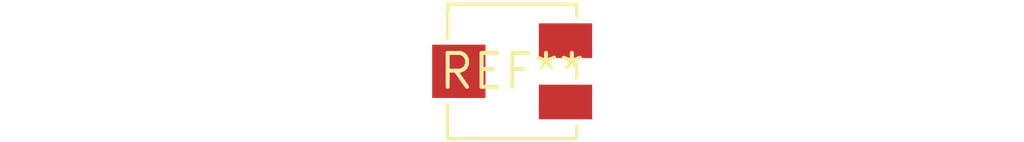
<source format=kicad_pcb>
(kicad_pcb (version 20240108) (generator pcbnew)
  (layers (0 "F.Cu" signal) (31 "B.Cu" signal) (34 "B.Paste" user) (35 "F.Paste" user) (36 "B.SilkS" user "B.Silkscreen") (37 "F.SilkS" user "F.Silkscreen") (38 "B.Mask" user) (39 "F.Mask" user) (44 "Edge.Cuts" user))
  (net 0 "")
  (footprint "Potentiometer_Bourns_3224J_Horizontal" (layer "F.Cu") (at 0 0)
    (property "Reference" "REF**")
    (property "Value" "Potentiometer_Bourns_3224J_Horizontal")
    (fp_line (start -2.42 -2.52) (end -2.42 -1.24) (layer "F.SilkS") (stroke (width 0.12)))
    (fp_line (start -2.42 -2.52) (end 2.42 -2.52) (layer "F.SilkS") (stroke (width 0.12)))
    (fp_line (start -2.42 -2.14) (end -2.42 -2.14) (layer "F.SilkS") (stroke (width 0.12)))
    (fp_line (start -2.42 -2.14) (end -2.42 -1.24) (layer "F.SilkS") (stroke (width 0.12)))
    (fp_line (start -2.42 -2.14) (end -2.42 -1.24) (layer "F.SilkS") (stroke (width 0.12)))
    (fp_line (start -2.42 1.24) (end -2.42 2.52) (layer "F.SilkS") (stroke (width 0.12)))
    (fp_line (start -2.42 2.52) (end 2.42 2.52) (layer "F.SilkS") (stroke (width 0.12)))
    (fp_line (start 2.42 -2.52) (end 2.42 -2.04) (layer "F.SilkS") (stroke (width 0.12)))
    (fp_line (start 2.42 -0.26) (end 2.42 0.26) (layer "F.SilkS") (stroke (width 0.12)))
    (fp_line (start 2.42 2.04) (end 2.42 2.52) (layer "F.SilkS") (stroke (width 0.12)))
    (pad "1" smd rect (at 2 -1.15) (size 2 1.3) (layers "F.Cu" "F.Paste" "F.Mask"))
    (pad "2" smd rect (at -2 0) (size 2 2) (layers "F.Cu" "F.Paste" "F.Mask"))
    (pad "3" smd rect (at 2 1.15) (size 2 1.3) (layers "F.Cu" "F.Paste" "F.Mask"))
  )
)
</source>
